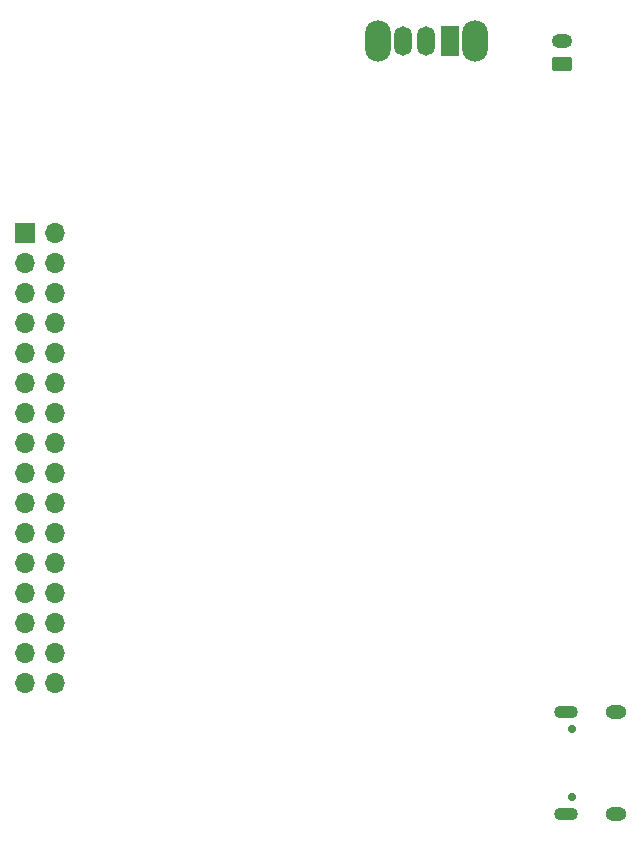
<source format=gbr>
%TF.GenerationSoftware,KiCad,Pcbnew,9.0.0*%
%TF.CreationDate,2025-04-09T21:52:16+02:00*%
%TF.ProjectId,Design-2,44657369-676e-42d3-922e-6b696361645f,v2.0*%
%TF.SameCoordinates,Original*%
%TF.FileFunction,Soldermask,Bot*%
%TF.FilePolarity,Negative*%
%FSLAX46Y46*%
G04 Gerber Fmt 4.6, Leading zero omitted, Abs format (unit mm)*
G04 Created by KiCad (PCBNEW 9.0.0) date 2025-04-09 21:52:16*
%MOMM*%
%LPD*%
G01*
G04 APERTURE LIST*
G04 Aperture macros list*
%AMRoundRect*
0 Rectangle with rounded corners*
0 $1 Rounding radius*
0 $2 $3 $4 $5 $6 $7 $8 $9 X,Y pos of 4 corners*
0 Add a 4 corners polygon primitive as box body*
4,1,4,$2,$3,$4,$5,$6,$7,$8,$9,$2,$3,0*
0 Add four circle primitives for the rounded corners*
1,1,$1+$1,$2,$3*
1,1,$1+$1,$4,$5*
1,1,$1+$1,$6,$7*
1,1,$1+$1,$8,$9*
0 Add four rect primitives between the rounded corners*
20,1,$1+$1,$2,$3,$4,$5,0*
20,1,$1+$1,$4,$5,$6,$7,0*
20,1,$1+$1,$6,$7,$8,$9,0*
20,1,$1+$1,$8,$9,$2,$3,0*%
G04 Aperture macros list end*
%ADD10O,1.700000X1.700000*%
%ADD11R,1.700000X1.700000*%
%ADD12RoundRect,0.250000X0.625000X-0.350000X0.625000X0.350000X-0.625000X0.350000X-0.625000X-0.350000X0*%
%ADD13O,1.750000X1.200000*%
%ADD14O,2.200000X3.500000*%
%ADD15R,1.500000X2.500000*%
%ADD16O,1.500000X2.500000*%
%ADD17C,0.700000*%
%ADD18O,2.000000X1.100000*%
%ADD19O,1.800000X1.200000*%
G04 APERTURE END LIST*
D10*
%TO.C,J1*%
X211449739Y-113155261D03*
X208909739Y-113155261D03*
X211449739Y-110615261D03*
X208909739Y-110615261D03*
X211449739Y-108075261D03*
X208909739Y-108075261D03*
X211449739Y-105535261D03*
X208909739Y-105535261D03*
X211449739Y-102995261D03*
X208909739Y-102995261D03*
X211449739Y-100455261D03*
X208909739Y-100455261D03*
X211449739Y-97915261D03*
X208909739Y-97915261D03*
X211449739Y-95375261D03*
X208909739Y-95375261D03*
X211449739Y-92835261D03*
X208909739Y-92835261D03*
X211449739Y-90295261D03*
X208909739Y-90295261D03*
X211449739Y-87755261D03*
X208909739Y-87755261D03*
X211449739Y-85215261D03*
X208909739Y-85215261D03*
X211449739Y-82675261D03*
X208909739Y-82675261D03*
X211449739Y-80135261D03*
X208909739Y-80135261D03*
X211449739Y-77595261D03*
X208909739Y-77595261D03*
X211449739Y-75055261D03*
D11*
X208909739Y-75055261D03*
%TD*%
D12*
%TO.C,J5*%
X254354739Y-60750439D03*
D13*
X254354739Y-58750439D03*
%TD*%
D14*
%TO.C,SW1*%
X246954739Y-58750439D03*
X238754739Y-58750439D03*
D15*
X244854739Y-58750439D03*
D16*
X242854739Y-58750439D03*
X240854739Y-58750439D03*
%TD*%
D17*
%TO.C,USB1*%
X255212339Y-122775361D03*
X255212339Y-116995361D03*
D18*
X254692139Y-124210461D03*
D19*
X258892239Y-124210461D03*
D18*
X254692139Y-115560461D03*
D19*
X258892239Y-115560461D03*
%TD*%
M02*

</source>
